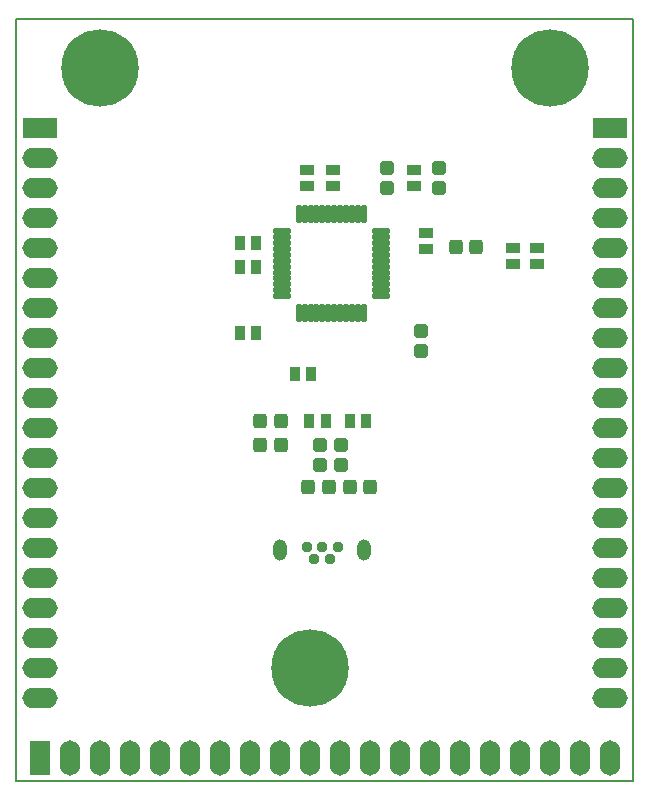
<source format=gts>
G04 Layer_Color=8388736*
%FSLAX25Y25*%
%MOIN*%
G70*
G01*
G75*
%ADD23C,0.00500*%
%ADD41R,0.04540X0.03753*%
%ADD42R,0.03753X0.04540*%
G04:AMPARAMS|DCode=43|XSize=47.37mil|YSize=43.43mil|CornerRadius=8.43mil|HoleSize=0mil|Usage=FLASHONLY|Rotation=180.000|XOffset=0mil|YOffset=0mil|HoleType=Round|Shape=RoundedRectangle|*
%AMROUNDEDRECTD43*
21,1,0.04737,0.02657,0,0,180.0*
21,1,0.03051,0.04343,0,0,180.0*
1,1,0.01686,-0.01526,0.01329*
1,1,0.01686,0.01526,0.01329*
1,1,0.01686,0.01526,-0.01329*
1,1,0.01686,-0.01526,-0.01329*
%
%ADD43ROUNDEDRECTD43*%
%ADD44O,0.06312X0.01981*%
%ADD45O,0.01981X0.06312*%
G04:AMPARAMS|DCode=46|XSize=47.37mil|YSize=43.43mil|CornerRadius=8.43mil|HoleSize=0mil|Usage=FLASHONLY|Rotation=90.000|XOffset=0mil|YOffset=0mil|HoleType=Round|Shape=RoundedRectangle|*
%AMROUNDEDRECTD46*
21,1,0.04737,0.02657,0,0,90.0*
21,1,0.03051,0.04343,0,0,90.0*
1,1,0.01686,0.01329,0.01526*
1,1,0.01686,0.01329,-0.01526*
1,1,0.01686,-0.01329,-0.01526*
1,1,0.01686,-0.01329,0.01526*
%
%ADD46ROUNDEDRECTD46*%
G04:AMPARAMS|DCode=47|XSize=47.37mil|YSize=70.99mil|CornerRadius=23.68mil|HoleSize=0mil|Usage=FLASHONLY|Rotation=0.000|XOffset=0mil|YOffset=0mil|HoleType=Round|Shape=RoundedRectangle|*
%AMROUNDEDRECTD47*
21,1,0.04737,0.02362,0,0,0.0*
21,1,0.00000,0.07099,0,0,0.0*
1,1,0.04737,0.00000,-0.01181*
1,1,0.04737,0.00000,-0.01181*
1,1,0.04737,0.00000,0.01181*
1,1,0.04737,0.00000,0.01181*
%
%ADD47ROUNDEDRECTD47*%
%ADD48C,0.03753*%
%ADD49C,0.25800*%
%ADD50O,0.11800X0.06800*%
%ADD51R,0.11800X0.06800*%
%ADD52O,0.06800X0.11800*%
%ADD53R,0.06800X0.11800*%
D23*
X300000Y185500D02*
X505500D01*
Y439500D01*
X300000D02*
X505500D01*
X300000Y185500D02*
Y439500D01*
D41*
X436500Y368256D02*
D03*
Y362744D02*
D03*
X397000Y383744D02*
D03*
Y389256D02*
D03*
X473500Y357744D02*
D03*
Y363256D02*
D03*
X465500D02*
D03*
Y357744D02*
D03*
X432500Y383744D02*
D03*
Y389256D02*
D03*
X405500D02*
D03*
Y383744D02*
D03*
D42*
X416612Y305500D02*
D03*
X411100D02*
D03*
X403100D02*
D03*
X397588D02*
D03*
X374500Y357000D02*
D03*
X380012D02*
D03*
X380000Y335000D02*
D03*
X374488D02*
D03*
X392900Y321100D02*
D03*
X398412D02*
D03*
X380000Y365000D02*
D03*
X374488D02*
D03*
D43*
X435000Y335693D02*
D03*
Y329000D02*
D03*
X441000Y389846D02*
D03*
Y383154D02*
D03*
X423500Y389846D02*
D03*
Y383154D02*
D03*
X408100Y290807D02*
D03*
Y297500D02*
D03*
X401100D02*
D03*
Y290807D02*
D03*
D44*
X421535Y347173D02*
D03*
Y349142D02*
D03*
Y351110D02*
D03*
Y353079D02*
D03*
Y355047D02*
D03*
Y357016D02*
D03*
Y358984D02*
D03*
Y360953D02*
D03*
Y362921D02*
D03*
Y364890D02*
D03*
Y366858D02*
D03*
Y368827D02*
D03*
X388465D02*
D03*
Y366858D02*
D03*
Y364890D02*
D03*
Y362921D02*
D03*
Y360953D02*
D03*
Y358984D02*
D03*
Y357016D02*
D03*
Y355047D02*
D03*
Y353079D02*
D03*
Y351110D02*
D03*
Y349142D02*
D03*
Y347173D02*
D03*
D45*
X415827Y374535D02*
D03*
X413858D02*
D03*
X411890D02*
D03*
X409921D02*
D03*
X407953D02*
D03*
X405984D02*
D03*
X404016D02*
D03*
X402047D02*
D03*
X400079D02*
D03*
X398110D02*
D03*
X396142D02*
D03*
X394173D02*
D03*
Y341465D02*
D03*
X396142D02*
D03*
X398110D02*
D03*
X400079D02*
D03*
X402047D02*
D03*
X404016D02*
D03*
X405984D02*
D03*
X407953D02*
D03*
X409921D02*
D03*
X411890D02*
D03*
X413858D02*
D03*
X415827D02*
D03*
D46*
X446654Y363500D02*
D03*
X453346D02*
D03*
X381407Y305500D02*
D03*
X388100D02*
D03*
Y297500D02*
D03*
X381407D02*
D03*
X397407Y283500D02*
D03*
X404100D02*
D03*
X417793D02*
D03*
X411100D02*
D03*
D47*
X416057Y262634D02*
D03*
X387907D02*
D03*
D48*
X404541Y259563D02*
D03*
X407100Y263500D02*
D03*
X401982D02*
D03*
X399423Y259563D02*
D03*
X396864Y263500D02*
D03*
D49*
X478000Y423300D02*
D03*
X328000D02*
D03*
X398000Y223300D02*
D03*
D50*
X498000Y213300D02*
D03*
Y223300D02*
D03*
Y233300D02*
D03*
Y243300D02*
D03*
Y253300D02*
D03*
Y263300D02*
D03*
Y273300D02*
D03*
Y283300D02*
D03*
Y293300D02*
D03*
Y303300D02*
D03*
Y313300D02*
D03*
Y323300D02*
D03*
Y333300D02*
D03*
Y343300D02*
D03*
Y353300D02*
D03*
Y363300D02*
D03*
Y373300D02*
D03*
Y383300D02*
D03*
Y393300D02*
D03*
X308000Y213300D02*
D03*
Y223300D02*
D03*
Y233300D02*
D03*
Y243300D02*
D03*
Y253300D02*
D03*
Y263300D02*
D03*
Y273300D02*
D03*
Y283300D02*
D03*
Y293300D02*
D03*
Y303300D02*
D03*
Y313300D02*
D03*
Y323300D02*
D03*
Y333300D02*
D03*
Y343300D02*
D03*
Y353300D02*
D03*
Y363300D02*
D03*
Y373300D02*
D03*
Y383300D02*
D03*
Y393300D02*
D03*
D51*
X498000Y403300D02*
D03*
X308000D02*
D03*
D52*
X498000Y193300D02*
D03*
X488000D02*
D03*
X478000D02*
D03*
X468000D02*
D03*
X458000D02*
D03*
X448000D02*
D03*
X438000D02*
D03*
X428000D02*
D03*
X418000D02*
D03*
X408000D02*
D03*
X398000D02*
D03*
X388000D02*
D03*
X378000D02*
D03*
X368000D02*
D03*
X358000D02*
D03*
X348000D02*
D03*
X338000D02*
D03*
X328000D02*
D03*
X318000D02*
D03*
D53*
X308000D02*
D03*
M02*

</source>
